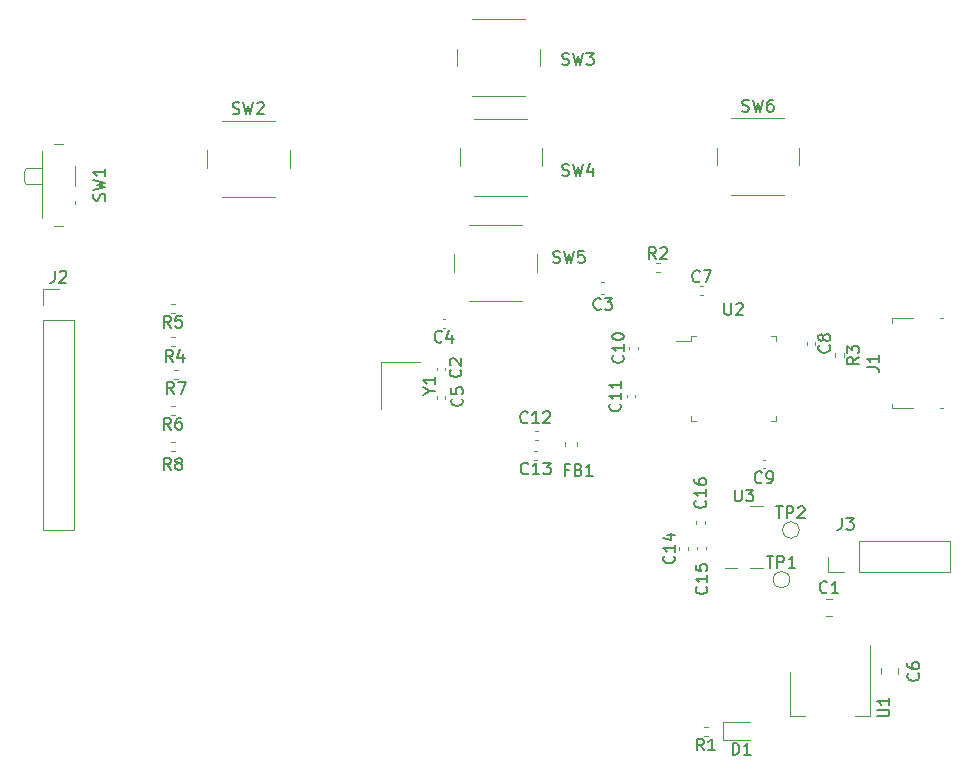
<source format=gbr>
%TF.GenerationSoftware,KiCad,Pcbnew,(6.0.6)*%
%TF.CreationDate,2022-07-21T13:44:36+08:00*%
%TF.ProjectId,graccel_mouse,67726163-6365-46c5-9f6d-6f7573652e6b,v0.1*%
%TF.SameCoordinates,Original*%
%TF.FileFunction,Legend,Top*%
%TF.FilePolarity,Positive*%
%FSLAX46Y46*%
G04 Gerber Fmt 4.6, Leading zero omitted, Abs format (unit mm)*
G04 Created by KiCad (PCBNEW (6.0.6)) date 2022-07-21 13:44:36*
%MOMM*%
%LPD*%
G01*
G04 APERTURE LIST*
%ADD10C,0.150000*%
%ADD11C,0.120000*%
G04 APERTURE END LIST*
D10*
%TO.C,J1*%
X152232380Y-95133333D02*
X152946666Y-95133333D01*
X153089523Y-95180952D01*
X153184761Y-95276190D01*
X153232380Y-95419047D01*
X153232380Y-95514285D01*
X153232380Y-94133333D02*
X153232380Y-94704761D01*
X153232380Y-94419047D02*
X152232380Y-94419047D01*
X152375238Y-94514285D01*
X152470476Y-94609523D01*
X152518095Y-94704761D01*
%TO.C,C7*%
X138063333Y-87854642D02*
X138015714Y-87902261D01*
X137872857Y-87949880D01*
X137777619Y-87949880D01*
X137634761Y-87902261D01*
X137539523Y-87807023D01*
X137491904Y-87711785D01*
X137444285Y-87521309D01*
X137444285Y-87378452D01*
X137491904Y-87187976D01*
X137539523Y-87092738D01*
X137634761Y-86997500D01*
X137777619Y-86949880D01*
X137872857Y-86949880D01*
X138015714Y-86997500D01*
X138063333Y-87045119D01*
X138396666Y-86949880D02*
X139063333Y-86949880D01*
X138634761Y-87949880D01*
%TO.C,J3*%
X150106666Y-107902380D02*
X150106666Y-108616666D01*
X150059047Y-108759523D01*
X149963809Y-108854761D01*
X149820952Y-108902380D01*
X149725714Y-108902380D01*
X150487619Y-107902380D02*
X151106666Y-107902380D01*
X150773333Y-108283333D01*
X150916190Y-108283333D01*
X151011428Y-108330952D01*
X151059047Y-108378571D01*
X151106666Y-108473809D01*
X151106666Y-108711904D01*
X151059047Y-108807142D01*
X151011428Y-108854761D01*
X150916190Y-108902380D01*
X150630476Y-108902380D01*
X150535238Y-108854761D01*
X150487619Y-108807142D01*
%TO.C,R5*%
X93305333Y-91792380D02*
X92972000Y-91316190D01*
X92733904Y-91792380D02*
X92733904Y-90792380D01*
X93114857Y-90792380D01*
X93210095Y-90840000D01*
X93257714Y-90887619D01*
X93305333Y-90982857D01*
X93305333Y-91125714D01*
X93257714Y-91220952D01*
X93210095Y-91268571D01*
X93114857Y-91316190D01*
X92733904Y-91316190D01*
X94210095Y-90792380D02*
X93733904Y-90792380D01*
X93686285Y-91268571D01*
X93733904Y-91220952D01*
X93829142Y-91173333D01*
X94067238Y-91173333D01*
X94162476Y-91220952D01*
X94210095Y-91268571D01*
X94257714Y-91363809D01*
X94257714Y-91601904D01*
X94210095Y-91697142D01*
X94162476Y-91744761D01*
X94067238Y-91792380D01*
X93829142Y-91792380D01*
X93733904Y-91744761D01*
X93686285Y-91697142D01*
%TO.C,R6*%
X93305333Y-100428380D02*
X92972000Y-99952190D01*
X92733904Y-100428380D02*
X92733904Y-99428380D01*
X93114857Y-99428380D01*
X93210095Y-99476000D01*
X93257714Y-99523619D01*
X93305333Y-99618857D01*
X93305333Y-99761714D01*
X93257714Y-99856952D01*
X93210095Y-99904571D01*
X93114857Y-99952190D01*
X92733904Y-99952190D01*
X94162476Y-99428380D02*
X93972000Y-99428380D01*
X93876761Y-99476000D01*
X93829142Y-99523619D01*
X93733904Y-99666476D01*
X93686285Y-99856952D01*
X93686285Y-100237904D01*
X93733904Y-100333142D01*
X93781523Y-100380761D01*
X93876761Y-100428380D01*
X94067238Y-100428380D01*
X94162476Y-100380761D01*
X94210095Y-100333142D01*
X94257714Y-100237904D01*
X94257714Y-99999809D01*
X94210095Y-99904571D01*
X94162476Y-99856952D01*
X94067238Y-99809333D01*
X93876761Y-99809333D01*
X93781523Y-99856952D01*
X93733904Y-99904571D01*
X93686285Y-99999809D01*
%TO.C,Y1*%
X115206190Y-97173690D02*
X115682380Y-97173690D01*
X114682380Y-97507023D02*
X115206190Y-97173690D01*
X114682380Y-96840357D01*
X115682380Y-95983214D02*
X115682380Y-96554642D01*
X115682380Y-96268928D02*
X114682380Y-96268928D01*
X114825238Y-96364166D01*
X114920476Y-96459404D01*
X114968095Y-96554642D01*
%TO.C,U1*%
X153122380Y-124713904D02*
X153931904Y-124713904D01*
X154027142Y-124666285D01*
X154074761Y-124618666D01*
X154122380Y-124523428D01*
X154122380Y-124332952D01*
X154074761Y-124237714D01*
X154027142Y-124190095D01*
X153931904Y-124142476D01*
X153122380Y-124142476D01*
X154122380Y-123142476D02*
X154122380Y-123713904D01*
X154122380Y-123428190D02*
X153122380Y-123428190D01*
X153265238Y-123523428D01*
X153360476Y-123618666D01*
X153408095Y-123713904D01*
%TO.C,C15*%
X138637142Y-113732857D02*
X138684761Y-113780476D01*
X138732380Y-113923333D01*
X138732380Y-114018571D01*
X138684761Y-114161428D01*
X138589523Y-114256666D01*
X138494285Y-114304285D01*
X138303809Y-114351904D01*
X138160952Y-114351904D01*
X137970476Y-114304285D01*
X137875238Y-114256666D01*
X137780000Y-114161428D01*
X137732380Y-114018571D01*
X137732380Y-113923333D01*
X137780000Y-113780476D01*
X137827619Y-113732857D01*
X138732380Y-112780476D02*
X138732380Y-113351904D01*
X138732380Y-113066190D02*
X137732380Y-113066190D01*
X137875238Y-113161428D01*
X137970476Y-113256666D01*
X138018095Y-113351904D01*
X137732380Y-111875714D02*
X137732380Y-112351904D01*
X138208571Y-112399523D01*
X138160952Y-112351904D01*
X138113333Y-112256666D01*
X138113333Y-112018571D01*
X138160952Y-111923333D01*
X138208571Y-111875714D01*
X138303809Y-111828095D01*
X138541904Y-111828095D01*
X138637142Y-111875714D01*
X138684761Y-111923333D01*
X138732380Y-112018571D01*
X138732380Y-112256666D01*
X138684761Y-112351904D01*
X138637142Y-112399523D01*
%TO.C,FB1*%
X126966666Y-103826071D02*
X126633333Y-103826071D01*
X126633333Y-104349880D02*
X126633333Y-103349880D01*
X127109523Y-103349880D01*
X127823809Y-103826071D02*
X127966666Y-103873690D01*
X128014285Y-103921309D01*
X128061904Y-104016547D01*
X128061904Y-104159404D01*
X128014285Y-104254642D01*
X127966666Y-104302261D01*
X127871428Y-104349880D01*
X127490476Y-104349880D01*
X127490476Y-103349880D01*
X127823809Y-103349880D01*
X127919047Y-103397500D01*
X127966666Y-103445119D01*
X128014285Y-103540357D01*
X128014285Y-103635595D01*
X127966666Y-103730833D01*
X127919047Y-103778452D01*
X127823809Y-103826071D01*
X127490476Y-103826071D01*
X129014285Y-104349880D02*
X128442857Y-104349880D01*
X128728571Y-104349880D02*
X128728571Y-103349880D01*
X128633333Y-103492738D01*
X128538095Y-103587976D01*
X128442857Y-103635595D01*
%TO.C,SW4*%
X126428666Y-78890761D02*
X126571523Y-78938380D01*
X126809619Y-78938380D01*
X126904857Y-78890761D01*
X126952476Y-78843142D01*
X127000095Y-78747904D01*
X127000095Y-78652666D01*
X126952476Y-78557428D01*
X126904857Y-78509809D01*
X126809619Y-78462190D01*
X126619142Y-78414571D01*
X126523904Y-78366952D01*
X126476285Y-78319333D01*
X126428666Y-78224095D01*
X126428666Y-78128857D01*
X126476285Y-78033619D01*
X126523904Y-77986000D01*
X126619142Y-77938380D01*
X126857238Y-77938380D01*
X127000095Y-77986000D01*
X127333428Y-77938380D02*
X127571523Y-78938380D01*
X127762000Y-78224095D01*
X127952476Y-78938380D01*
X128190571Y-77938380D01*
X129000095Y-78271714D02*
X129000095Y-78938380D01*
X128762000Y-77890761D02*
X128523904Y-78605047D01*
X129142952Y-78605047D01*
%TO.C,C16*%
X138537142Y-106432857D02*
X138584761Y-106480476D01*
X138632380Y-106623333D01*
X138632380Y-106718571D01*
X138584761Y-106861428D01*
X138489523Y-106956666D01*
X138394285Y-107004285D01*
X138203809Y-107051904D01*
X138060952Y-107051904D01*
X137870476Y-107004285D01*
X137775238Y-106956666D01*
X137680000Y-106861428D01*
X137632380Y-106718571D01*
X137632380Y-106623333D01*
X137680000Y-106480476D01*
X137727619Y-106432857D01*
X138632380Y-105480476D02*
X138632380Y-106051904D01*
X138632380Y-105766190D02*
X137632380Y-105766190D01*
X137775238Y-105861428D01*
X137870476Y-105956666D01*
X137918095Y-106051904D01*
X137632380Y-104623333D02*
X137632380Y-104813809D01*
X137680000Y-104909047D01*
X137727619Y-104956666D01*
X137870476Y-105051904D01*
X138060952Y-105099523D01*
X138441904Y-105099523D01*
X138537142Y-105051904D01*
X138584761Y-105004285D01*
X138632380Y-104909047D01*
X138632380Y-104718571D01*
X138584761Y-104623333D01*
X138537142Y-104575714D01*
X138441904Y-104528095D01*
X138203809Y-104528095D01*
X138108571Y-104575714D01*
X138060952Y-104623333D01*
X138013333Y-104718571D01*
X138013333Y-104909047D01*
X138060952Y-105004285D01*
X138108571Y-105051904D01*
X138203809Y-105099523D01*
%TO.C,C4*%
X116253333Y-92964642D02*
X116205714Y-93012261D01*
X116062857Y-93059880D01*
X115967619Y-93059880D01*
X115824761Y-93012261D01*
X115729523Y-92917023D01*
X115681904Y-92821785D01*
X115634285Y-92631309D01*
X115634285Y-92488452D01*
X115681904Y-92297976D01*
X115729523Y-92202738D01*
X115824761Y-92107500D01*
X115967619Y-92059880D01*
X116062857Y-92059880D01*
X116205714Y-92107500D01*
X116253333Y-92155119D01*
X117110476Y-92393214D02*
X117110476Y-93059880D01*
X116872380Y-92012261D02*
X116634285Y-92726547D01*
X117253333Y-92726547D01*
%TO.C,SW5*%
X125666666Y-86256761D02*
X125809523Y-86304380D01*
X126047619Y-86304380D01*
X126142857Y-86256761D01*
X126190476Y-86209142D01*
X126238095Y-86113904D01*
X126238095Y-86018666D01*
X126190476Y-85923428D01*
X126142857Y-85875809D01*
X126047619Y-85828190D01*
X125857142Y-85780571D01*
X125761904Y-85732952D01*
X125714285Y-85685333D01*
X125666666Y-85590095D01*
X125666666Y-85494857D01*
X125714285Y-85399619D01*
X125761904Y-85352000D01*
X125857142Y-85304380D01*
X126095238Y-85304380D01*
X126238095Y-85352000D01*
X126571428Y-85304380D02*
X126809523Y-86304380D01*
X127000000Y-85590095D01*
X127190476Y-86304380D01*
X127428571Y-85304380D01*
X128285714Y-85304380D02*
X127809523Y-85304380D01*
X127761904Y-85780571D01*
X127809523Y-85732952D01*
X127904761Y-85685333D01*
X128142857Y-85685333D01*
X128238095Y-85732952D01*
X128285714Y-85780571D01*
X128333333Y-85875809D01*
X128333333Y-86113904D01*
X128285714Y-86209142D01*
X128238095Y-86256761D01*
X128142857Y-86304380D01*
X127904761Y-86304380D01*
X127809523Y-86256761D01*
X127761904Y-86209142D01*
%TO.C,C13*%
X123547142Y-104134642D02*
X123499523Y-104182261D01*
X123356666Y-104229880D01*
X123261428Y-104229880D01*
X123118571Y-104182261D01*
X123023333Y-104087023D01*
X122975714Y-103991785D01*
X122928095Y-103801309D01*
X122928095Y-103658452D01*
X122975714Y-103467976D01*
X123023333Y-103372738D01*
X123118571Y-103277500D01*
X123261428Y-103229880D01*
X123356666Y-103229880D01*
X123499523Y-103277500D01*
X123547142Y-103325119D01*
X124499523Y-104229880D02*
X123928095Y-104229880D01*
X124213809Y-104229880D02*
X124213809Y-103229880D01*
X124118571Y-103372738D01*
X124023333Y-103467976D01*
X123928095Y-103515595D01*
X124832857Y-103229880D02*
X125451904Y-103229880D01*
X125118571Y-103610833D01*
X125261428Y-103610833D01*
X125356666Y-103658452D01*
X125404285Y-103706071D01*
X125451904Y-103801309D01*
X125451904Y-104039404D01*
X125404285Y-104134642D01*
X125356666Y-104182261D01*
X125261428Y-104229880D01*
X124975714Y-104229880D01*
X124880476Y-104182261D01*
X124832857Y-104134642D01*
%TO.C,D1*%
X140851904Y-127952380D02*
X140851904Y-126952380D01*
X141090000Y-126952380D01*
X141232857Y-127000000D01*
X141328095Y-127095238D01*
X141375714Y-127190476D01*
X141423333Y-127380952D01*
X141423333Y-127523809D01*
X141375714Y-127714285D01*
X141328095Y-127809523D01*
X141232857Y-127904761D01*
X141090000Y-127952380D01*
X140851904Y-127952380D01*
X142375714Y-127952380D02*
X141804285Y-127952380D01*
X142090000Y-127952380D02*
X142090000Y-126952380D01*
X141994761Y-127095238D01*
X141899523Y-127190476D01*
X141804285Y-127238095D01*
%TO.C,SW6*%
X141666666Y-73454761D02*
X141809523Y-73502380D01*
X142047619Y-73502380D01*
X142142857Y-73454761D01*
X142190476Y-73407142D01*
X142238095Y-73311904D01*
X142238095Y-73216666D01*
X142190476Y-73121428D01*
X142142857Y-73073809D01*
X142047619Y-73026190D01*
X141857142Y-72978571D01*
X141761904Y-72930952D01*
X141714285Y-72883333D01*
X141666666Y-72788095D01*
X141666666Y-72692857D01*
X141714285Y-72597619D01*
X141761904Y-72550000D01*
X141857142Y-72502380D01*
X142095238Y-72502380D01*
X142238095Y-72550000D01*
X142571428Y-72502380D02*
X142809523Y-73502380D01*
X143000000Y-72788095D01*
X143190476Y-73502380D01*
X143428571Y-72502380D01*
X144238095Y-72502380D02*
X144047619Y-72502380D01*
X143952380Y-72550000D01*
X143904761Y-72597619D01*
X143809523Y-72740476D01*
X143761904Y-72930952D01*
X143761904Y-73311904D01*
X143809523Y-73407142D01*
X143857142Y-73454761D01*
X143952380Y-73502380D01*
X144142857Y-73502380D01*
X144238095Y-73454761D01*
X144285714Y-73407142D01*
X144333333Y-73311904D01*
X144333333Y-73073809D01*
X144285714Y-72978571D01*
X144238095Y-72930952D01*
X144142857Y-72883333D01*
X143952380Y-72883333D01*
X143857142Y-72930952D01*
X143809523Y-72978571D01*
X143761904Y-73073809D01*
%TO.C,R4*%
X93458974Y-94686380D02*
X93125641Y-94210190D01*
X92887545Y-94686380D02*
X92887545Y-93686380D01*
X93268498Y-93686380D01*
X93363736Y-93734000D01*
X93411355Y-93781619D01*
X93458974Y-93876857D01*
X93458974Y-94019714D01*
X93411355Y-94114952D01*
X93363736Y-94162571D01*
X93268498Y-94210190D01*
X92887545Y-94210190D01*
X94316117Y-94019714D02*
X94316117Y-94686380D01*
X94078021Y-93638761D02*
X93839926Y-94353047D01*
X94458974Y-94353047D01*
%TO.C,SW2*%
X98516666Y-73674761D02*
X98659523Y-73722380D01*
X98897619Y-73722380D01*
X98992857Y-73674761D01*
X99040476Y-73627142D01*
X99088095Y-73531904D01*
X99088095Y-73436666D01*
X99040476Y-73341428D01*
X98992857Y-73293809D01*
X98897619Y-73246190D01*
X98707142Y-73198571D01*
X98611904Y-73150952D01*
X98564285Y-73103333D01*
X98516666Y-73008095D01*
X98516666Y-72912857D01*
X98564285Y-72817619D01*
X98611904Y-72770000D01*
X98707142Y-72722380D01*
X98945238Y-72722380D01*
X99088095Y-72770000D01*
X99421428Y-72722380D02*
X99659523Y-73722380D01*
X99850000Y-73008095D01*
X100040476Y-73722380D01*
X100278571Y-72722380D01*
X100611904Y-72817619D02*
X100659523Y-72770000D01*
X100754761Y-72722380D01*
X100992857Y-72722380D01*
X101088095Y-72770000D01*
X101135714Y-72817619D01*
X101183333Y-72912857D01*
X101183333Y-73008095D01*
X101135714Y-73150952D01*
X100564285Y-73722380D01*
X101183333Y-73722380D01*
%TO.C,C14*%
X135887142Y-111142857D02*
X135934761Y-111190476D01*
X135982380Y-111333333D01*
X135982380Y-111428571D01*
X135934761Y-111571428D01*
X135839523Y-111666666D01*
X135744285Y-111714285D01*
X135553809Y-111761904D01*
X135410952Y-111761904D01*
X135220476Y-111714285D01*
X135125238Y-111666666D01*
X135030000Y-111571428D01*
X134982380Y-111428571D01*
X134982380Y-111333333D01*
X135030000Y-111190476D01*
X135077619Y-111142857D01*
X135982380Y-110190476D02*
X135982380Y-110761904D01*
X135982380Y-110476190D02*
X134982380Y-110476190D01*
X135125238Y-110571428D01*
X135220476Y-110666666D01*
X135268095Y-110761904D01*
X135315714Y-109333333D02*
X135982380Y-109333333D01*
X134934761Y-109571428D02*
X135649047Y-109809523D01*
X135649047Y-109190476D01*
%TO.C,C10*%
X131567142Y-94150357D02*
X131614761Y-94197976D01*
X131662380Y-94340833D01*
X131662380Y-94436071D01*
X131614761Y-94578928D01*
X131519523Y-94674166D01*
X131424285Y-94721785D01*
X131233809Y-94769404D01*
X131090952Y-94769404D01*
X130900476Y-94721785D01*
X130805238Y-94674166D01*
X130710000Y-94578928D01*
X130662380Y-94436071D01*
X130662380Y-94340833D01*
X130710000Y-94197976D01*
X130757619Y-94150357D01*
X131662380Y-93197976D02*
X131662380Y-93769404D01*
X131662380Y-93483690D02*
X130662380Y-93483690D01*
X130805238Y-93578928D01*
X130900476Y-93674166D01*
X130948095Y-93769404D01*
X130662380Y-92578928D02*
X130662380Y-92483690D01*
X130710000Y-92388452D01*
X130757619Y-92340833D01*
X130852857Y-92293214D01*
X131043333Y-92245595D01*
X131281428Y-92245595D01*
X131471904Y-92293214D01*
X131567142Y-92340833D01*
X131614761Y-92388452D01*
X131662380Y-92483690D01*
X131662380Y-92578928D01*
X131614761Y-92674166D01*
X131567142Y-92721785D01*
X131471904Y-92769404D01*
X131281428Y-92817023D01*
X131043333Y-92817023D01*
X130852857Y-92769404D01*
X130757619Y-92721785D01*
X130710000Y-92674166D01*
X130662380Y-92578928D01*
%TO.C,J2*%
X83456666Y-86982380D02*
X83456666Y-87696666D01*
X83409047Y-87839523D01*
X83313809Y-87934761D01*
X83170952Y-87982380D01*
X83075714Y-87982380D01*
X83885238Y-87077619D02*
X83932857Y-87030000D01*
X84028095Y-86982380D01*
X84266190Y-86982380D01*
X84361428Y-87030000D01*
X84409047Y-87077619D01*
X84456666Y-87172857D01*
X84456666Y-87268095D01*
X84409047Y-87410952D01*
X83837619Y-87982380D01*
X84456666Y-87982380D01*
%TO.C,R1*%
X138423333Y-127592380D02*
X138090000Y-127116190D01*
X137851904Y-127592380D02*
X137851904Y-126592380D01*
X138232857Y-126592380D01*
X138328095Y-126640000D01*
X138375714Y-126687619D01*
X138423333Y-126782857D01*
X138423333Y-126925714D01*
X138375714Y-127020952D01*
X138328095Y-127068571D01*
X138232857Y-127116190D01*
X137851904Y-127116190D01*
X139375714Y-127592380D02*
X138804285Y-127592380D01*
X139090000Y-127592380D02*
X139090000Y-126592380D01*
X138994761Y-126735238D01*
X138899523Y-126830476D01*
X138804285Y-126878095D01*
%TO.C,TP1*%
X143738095Y-111134380D02*
X144309523Y-111134380D01*
X144023809Y-112134380D02*
X144023809Y-111134380D01*
X144642857Y-112134380D02*
X144642857Y-111134380D01*
X145023809Y-111134380D01*
X145119047Y-111182000D01*
X145166666Y-111229619D01*
X145214285Y-111324857D01*
X145214285Y-111467714D01*
X145166666Y-111562952D01*
X145119047Y-111610571D01*
X145023809Y-111658190D01*
X144642857Y-111658190D01*
X146166666Y-112134380D02*
X145595238Y-112134380D01*
X145880952Y-112134380D02*
X145880952Y-111134380D01*
X145785714Y-111277238D01*
X145690476Y-111372476D01*
X145595238Y-111420095D01*
%TO.C,R2*%
X134363333Y-85992380D02*
X134030000Y-85516190D01*
X133791904Y-85992380D02*
X133791904Y-84992380D01*
X134172857Y-84992380D01*
X134268095Y-85040000D01*
X134315714Y-85087619D01*
X134363333Y-85182857D01*
X134363333Y-85325714D01*
X134315714Y-85420952D01*
X134268095Y-85468571D01*
X134172857Y-85516190D01*
X133791904Y-85516190D01*
X134744285Y-85087619D02*
X134791904Y-85040000D01*
X134887142Y-84992380D01*
X135125238Y-84992380D01*
X135220476Y-85040000D01*
X135268095Y-85087619D01*
X135315714Y-85182857D01*
X135315714Y-85278095D01*
X135268095Y-85420952D01*
X134696666Y-85992380D01*
X135315714Y-85992380D01*
%TO.C,R3*%
X151552380Y-94296666D02*
X151076190Y-94630000D01*
X151552380Y-94868095D02*
X150552380Y-94868095D01*
X150552380Y-94487142D01*
X150600000Y-94391904D01*
X150647619Y-94344285D01*
X150742857Y-94296666D01*
X150885714Y-94296666D01*
X150980952Y-94344285D01*
X151028571Y-94391904D01*
X151076190Y-94487142D01*
X151076190Y-94868095D01*
X150552380Y-93963333D02*
X150552380Y-93344285D01*
X150933333Y-93677619D01*
X150933333Y-93534761D01*
X150980952Y-93439523D01*
X151028571Y-93391904D01*
X151123809Y-93344285D01*
X151361904Y-93344285D01*
X151457142Y-93391904D01*
X151504761Y-93439523D01*
X151552380Y-93534761D01*
X151552380Y-93820476D01*
X151504761Y-93915714D01*
X151457142Y-93963333D01*
%TO.C,C8*%
X149027142Y-93286666D02*
X149074761Y-93334285D01*
X149122380Y-93477142D01*
X149122380Y-93572380D01*
X149074761Y-93715238D01*
X148979523Y-93810476D01*
X148884285Y-93858095D01*
X148693809Y-93905714D01*
X148550952Y-93905714D01*
X148360476Y-93858095D01*
X148265238Y-93810476D01*
X148170000Y-93715238D01*
X148122380Y-93572380D01*
X148122380Y-93477142D01*
X148170000Y-93334285D01*
X148217619Y-93286666D01*
X148550952Y-92715238D02*
X148503333Y-92810476D01*
X148455714Y-92858095D01*
X148360476Y-92905714D01*
X148312857Y-92905714D01*
X148217619Y-92858095D01*
X148170000Y-92810476D01*
X148122380Y-92715238D01*
X148122380Y-92524761D01*
X148170000Y-92429523D01*
X148217619Y-92381904D01*
X148312857Y-92334285D01*
X148360476Y-92334285D01*
X148455714Y-92381904D01*
X148503333Y-92429523D01*
X148550952Y-92524761D01*
X148550952Y-92715238D01*
X148598571Y-92810476D01*
X148646190Y-92858095D01*
X148741428Y-92905714D01*
X148931904Y-92905714D01*
X149027142Y-92858095D01*
X149074761Y-92810476D01*
X149122380Y-92715238D01*
X149122380Y-92524761D01*
X149074761Y-92429523D01*
X149027142Y-92381904D01*
X148931904Y-92334285D01*
X148741428Y-92334285D01*
X148646190Y-92381904D01*
X148598571Y-92429523D01*
X148550952Y-92524761D01*
%TO.C,R8*%
X93305333Y-103830380D02*
X92972000Y-103354190D01*
X92733904Y-103830380D02*
X92733904Y-102830380D01*
X93114857Y-102830380D01*
X93210095Y-102878000D01*
X93257714Y-102925619D01*
X93305333Y-103020857D01*
X93305333Y-103163714D01*
X93257714Y-103258952D01*
X93210095Y-103306571D01*
X93114857Y-103354190D01*
X92733904Y-103354190D01*
X93876761Y-103258952D02*
X93781523Y-103211333D01*
X93733904Y-103163714D01*
X93686285Y-103068476D01*
X93686285Y-103020857D01*
X93733904Y-102925619D01*
X93781523Y-102878000D01*
X93876761Y-102830380D01*
X94067238Y-102830380D01*
X94162476Y-102878000D01*
X94210095Y-102925619D01*
X94257714Y-103020857D01*
X94257714Y-103068476D01*
X94210095Y-103163714D01*
X94162476Y-103211333D01*
X94067238Y-103258952D01*
X93876761Y-103258952D01*
X93781523Y-103306571D01*
X93733904Y-103354190D01*
X93686285Y-103449428D01*
X93686285Y-103639904D01*
X93733904Y-103735142D01*
X93781523Y-103782761D01*
X93876761Y-103830380D01*
X94067238Y-103830380D01*
X94162476Y-103782761D01*
X94210095Y-103735142D01*
X94257714Y-103639904D01*
X94257714Y-103449428D01*
X94210095Y-103354190D01*
X94162476Y-103306571D01*
X94067238Y-103258952D01*
%TO.C,C1*%
X148853333Y-114174642D02*
X148805714Y-114222261D01*
X148662857Y-114269880D01*
X148567619Y-114269880D01*
X148424761Y-114222261D01*
X148329523Y-114127023D01*
X148281904Y-114031785D01*
X148234285Y-113841309D01*
X148234285Y-113698452D01*
X148281904Y-113507976D01*
X148329523Y-113412738D01*
X148424761Y-113317500D01*
X148567619Y-113269880D01*
X148662857Y-113269880D01*
X148805714Y-113317500D01*
X148853333Y-113365119D01*
X149805714Y-114269880D02*
X149234285Y-114269880D01*
X149520000Y-114269880D02*
X149520000Y-113269880D01*
X149424761Y-113412738D01*
X149329523Y-113507976D01*
X149234285Y-113555595D01*
%TO.C,C5*%
X117937142Y-97814166D02*
X117984761Y-97861785D01*
X118032380Y-98004642D01*
X118032380Y-98099880D01*
X117984761Y-98242738D01*
X117889523Y-98337976D01*
X117794285Y-98385595D01*
X117603809Y-98433214D01*
X117460952Y-98433214D01*
X117270476Y-98385595D01*
X117175238Y-98337976D01*
X117080000Y-98242738D01*
X117032380Y-98099880D01*
X117032380Y-98004642D01*
X117080000Y-97861785D01*
X117127619Y-97814166D01*
X117032380Y-96909404D02*
X117032380Y-97385595D01*
X117508571Y-97433214D01*
X117460952Y-97385595D01*
X117413333Y-97290357D01*
X117413333Y-97052261D01*
X117460952Y-96957023D01*
X117508571Y-96909404D01*
X117603809Y-96861785D01*
X117841904Y-96861785D01*
X117937142Y-96909404D01*
X117984761Y-96957023D01*
X118032380Y-97052261D01*
X118032380Y-97290357D01*
X117984761Y-97385595D01*
X117937142Y-97433214D01*
%TO.C,C3*%
X129698333Y-90187142D02*
X129650714Y-90234761D01*
X129507857Y-90282380D01*
X129412619Y-90282380D01*
X129269761Y-90234761D01*
X129174523Y-90139523D01*
X129126904Y-90044285D01*
X129079285Y-89853809D01*
X129079285Y-89710952D01*
X129126904Y-89520476D01*
X129174523Y-89425238D01*
X129269761Y-89330000D01*
X129412619Y-89282380D01*
X129507857Y-89282380D01*
X129650714Y-89330000D01*
X129698333Y-89377619D01*
X130031666Y-89282380D02*
X130650714Y-89282380D01*
X130317380Y-89663333D01*
X130460238Y-89663333D01*
X130555476Y-89710952D01*
X130603095Y-89758571D01*
X130650714Y-89853809D01*
X130650714Y-90091904D01*
X130603095Y-90187142D01*
X130555476Y-90234761D01*
X130460238Y-90282380D01*
X130174523Y-90282380D01*
X130079285Y-90234761D01*
X130031666Y-90187142D01*
%TO.C,TP2*%
X144538095Y-106934380D02*
X145109523Y-106934380D01*
X144823809Y-107934380D02*
X144823809Y-106934380D01*
X145442857Y-107934380D02*
X145442857Y-106934380D01*
X145823809Y-106934380D01*
X145919047Y-106982000D01*
X145966666Y-107029619D01*
X146014285Y-107124857D01*
X146014285Y-107267714D01*
X145966666Y-107362952D01*
X145919047Y-107410571D01*
X145823809Y-107458190D01*
X145442857Y-107458190D01*
X146395238Y-107029619D02*
X146442857Y-106982000D01*
X146538095Y-106934380D01*
X146776190Y-106934380D01*
X146871428Y-106982000D01*
X146919047Y-107029619D01*
X146966666Y-107124857D01*
X146966666Y-107220095D01*
X146919047Y-107362952D01*
X146347619Y-107934380D01*
X146966666Y-107934380D01*
%TO.C,C11*%
X131317142Y-98252857D02*
X131364761Y-98300476D01*
X131412380Y-98443333D01*
X131412380Y-98538571D01*
X131364761Y-98681428D01*
X131269523Y-98776666D01*
X131174285Y-98824285D01*
X130983809Y-98871904D01*
X130840952Y-98871904D01*
X130650476Y-98824285D01*
X130555238Y-98776666D01*
X130460000Y-98681428D01*
X130412380Y-98538571D01*
X130412380Y-98443333D01*
X130460000Y-98300476D01*
X130507619Y-98252857D01*
X131412380Y-97300476D02*
X131412380Y-97871904D01*
X131412380Y-97586190D02*
X130412380Y-97586190D01*
X130555238Y-97681428D01*
X130650476Y-97776666D01*
X130698095Y-97871904D01*
X131412380Y-96348095D02*
X131412380Y-96919523D01*
X131412380Y-96633809D02*
X130412380Y-96633809D01*
X130555238Y-96729047D01*
X130650476Y-96824285D01*
X130698095Y-96919523D01*
%TO.C,C6*%
X156567142Y-121070666D02*
X156614761Y-121118285D01*
X156662380Y-121261142D01*
X156662380Y-121356380D01*
X156614761Y-121499238D01*
X156519523Y-121594476D01*
X156424285Y-121642095D01*
X156233809Y-121689714D01*
X156090952Y-121689714D01*
X155900476Y-121642095D01*
X155805238Y-121594476D01*
X155710000Y-121499238D01*
X155662380Y-121356380D01*
X155662380Y-121261142D01*
X155710000Y-121118285D01*
X155757619Y-121070666D01*
X155662380Y-120213523D02*
X155662380Y-120404000D01*
X155710000Y-120499238D01*
X155757619Y-120546857D01*
X155900476Y-120642095D01*
X156090952Y-120689714D01*
X156471904Y-120689714D01*
X156567142Y-120642095D01*
X156614761Y-120594476D01*
X156662380Y-120499238D01*
X156662380Y-120308761D01*
X156614761Y-120213523D01*
X156567142Y-120165904D01*
X156471904Y-120118285D01*
X156233809Y-120118285D01*
X156138571Y-120165904D01*
X156090952Y-120213523D01*
X156043333Y-120308761D01*
X156043333Y-120499238D01*
X156090952Y-120594476D01*
X156138571Y-120642095D01*
X156233809Y-120689714D01*
%TO.C,R7*%
X93559333Y-97380380D02*
X93226000Y-96904190D01*
X92987904Y-97380380D02*
X92987904Y-96380380D01*
X93368857Y-96380380D01*
X93464095Y-96428000D01*
X93511714Y-96475619D01*
X93559333Y-96570857D01*
X93559333Y-96713714D01*
X93511714Y-96808952D01*
X93464095Y-96856571D01*
X93368857Y-96904190D01*
X92987904Y-96904190D01*
X93892666Y-96380380D02*
X94559333Y-96380380D01*
X94130761Y-97380380D01*
%TO.C,U2*%
X140168095Y-89729880D02*
X140168095Y-90539404D01*
X140215714Y-90634642D01*
X140263333Y-90682261D01*
X140358571Y-90729880D01*
X140549047Y-90729880D01*
X140644285Y-90682261D01*
X140691904Y-90634642D01*
X140739523Y-90539404D01*
X140739523Y-89729880D01*
X141168095Y-89825119D02*
X141215714Y-89777500D01*
X141310952Y-89729880D01*
X141549047Y-89729880D01*
X141644285Y-89777500D01*
X141691904Y-89825119D01*
X141739523Y-89920357D01*
X141739523Y-90015595D01*
X141691904Y-90158452D01*
X141120476Y-90729880D01*
X141739523Y-90729880D01*
%TO.C,C12*%
X123507142Y-99794642D02*
X123459523Y-99842261D01*
X123316666Y-99889880D01*
X123221428Y-99889880D01*
X123078571Y-99842261D01*
X122983333Y-99747023D01*
X122935714Y-99651785D01*
X122888095Y-99461309D01*
X122888095Y-99318452D01*
X122935714Y-99127976D01*
X122983333Y-99032738D01*
X123078571Y-98937500D01*
X123221428Y-98889880D01*
X123316666Y-98889880D01*
X123459523Y-98937500D01*
X123507142Y-98985119D01*
X124459523Y-99889880D02*
X123888095Y-99889880D01*
X124173809Y-99889880D02*
X124173809Y-98889880D01*
X124078571Y-99032738D01*
X123983333Y-99127976D01*
X123888095Y-99175595D01*
X124840476Y-98985119D02*
X124888095Y-98937500D01*
X124983333Y-98889880D01*
X125221428Y-98889880D01*
X125316666Y-98937500D01*
X125364285Y-98985119D01*
X125411904Y-99080357D01*
X125411904Y-99175595D01*
X125364285Y-99318452D01*
X124792857Y-99889880D01*
X125411904Y-99889880D01*
%TO.C,C9*%
X143333333Y-104874642D02*
X143285714Y-104922261D01*
X143142857Y-104969880D01*
X143047619Y-104969880D01*
X142904761Y-104922261D01*
X142809523Y-104827023D01*
X142761904Y-104731785D01*
X142714285Y-104541309D01*
X142714285Y-104398452D01*
X142761904Y-104207976D01*
X142809523Y-104112738D01*
X142904761Y-104017500D01*
X143047619Y-103969880D01*
X143142857Y-103969880D01*
X143285714Y-104017500D01*
X143333333Y-104065119D01*
X143809523Y-104969880D02*
X144000000Y-104969880D01*
X144095238Y-104922261D01*
X144142857Y-104874642D01*
X144238095Y-104731785D01*
X144285714Y-104541309D01*
X144285714Y-104160357D01*
X144238095Y-104065119D01*
X144190476Y-104017500D01*
X144095238Y-103969880D01*
X143904761Y-103969880D01*
X143809523Y-104017500D01*
X143761904Y-104065119D01*
X143714285Y-104160357D01*
X143714285Y-104398452D01*
X143761904Y-104493690D01*
X143809523Y-104541309D01*
X143904761Y-104588928D01*
X144095238Y-104588928D01*
X144190476Y-104541309D01*
X144238095Y-104493690D01*
X144285714Y-104398452D01*
%TO.C,U3*%
X141048095Y-105512380D02*
X141048095Y-106321904D01*
X141095714Y-106417142D01*
X141143333Y-106464761D01*
X141238571Y-106512380D01*
X141429047Y-106512380D01*
X141524285Y-106464761D01*
X141571904Y-106417142D01*
X141619523Y-106321904D01*
X141619523Y-105512380D01*
X142000476Y-105512380D02*
X142619523Y-105512380D01*
X142286190Y-105893333D01*
X142429047Y-105893333D01*
X142524285Y-105940952D01*
X142571904Y-105988571D01*
X142619523Y-106083809D01*
X142619523Y-106321904D01*
X142571904Y-106417142D01*
X142524285Y-106464761D01*
X142429047Y-106512380D01*
X142143333Y-106512380D01*
X142048095Y-106464761D01*
X142000476Y-106417142D01*
%TO.C,SW1*%
X87689761Y-81033333D02*
X87737380Y-80890476D01*
X87737380Y-80652380D01*
X87689761Y-80557142D01*
X87642142Y-80509523D01*
X87546904Y-80461904D01*
X87451666Y-80461904D01*
X87356428Y-80509523D01*
X87308809Y-80557142D01*
X87261190Y-80652380D01*
X87213571Y-80842857D01*
X87165952Y-80938095D01*
X87118333Y-80985714D01*
X87023095Y-81033333D01*
X86927857Y-81033333D01*
X86832619Y-80985714D01*
X86785000Y-80938095D01*
X86737380Y-80842857D01*
X86737380Y-80604761D01*
X86785000Y-80461904D01*
X86737380Y-80128571D02*
X87737380Y-79890476D01*
X87023095Y-79700000D01*
X87737380Y-79509523D01*
X86737380Y-79271428D01*
X87737380Y-78366666D02*
X87737380Y-78938095D01*
X87737380Y-78652380D02*
X86737380Y-78652380D01*
X86880238Y-78747619D01*
X86975476Y-78842857D01*
X87023095Y-78938095D01*
%TO.C,C2*%
X117807142Y-95354166D02*
X117854761Y-95401785D01*
X117902380Y-95544642D01*
X117902380Y-95639880D01*
X117854761Y-95782738D01*
X117759523Y-95877976D01*
X117664285Y-95925595D01*
X117473809Y-95973214D01*
X117330952Y-95973214D01*
X117140476Y-95925595D01*
X117045238Y-95877976D01*
X116950000Y-95782738D01*
X116902380Y-95639880D01*
X116902380Y-95544642D01*
X116950000Y-95401785D01*
X116997619Y-95354166D01*
X116997619Y-94973214D02*
X116950000Y-94925595D01*
X116902380Y-94830357D01*
X116902380Y-94592261D01*
X116950000Y-94497023D01*
X116997619Y-94449404D01*
X117092857Y-94401785D01*
X117188095Y-94401785D01*
X117330952Y-94449404D01*
X117902380Y-95020833D01*
X117902380Y-94401785D01*
%TO.C,SW3*%
X126428666Y-69492761D02*
X126571523Y-69540380D01*
X126809619Y-69540380D01*
X126904857Y-69492761D01*
X126952476Y-69445142D01*
X127000095Y-69349904D01*
X127000095Y-69254666D01*
X126952476Y-69159428D01*
X126904857Y-69111809D01*
X126809619Y-69064190D01*
X126619142Y-69016571D01*
X126523904Y-68968952D01*
X126476285Y-68921333D01*
X126428666Y-68826095D01*
X126428666Y-68730857D01*
X126476285Y-68635619D01*
X126523904Y-68588000D01*
X126619142Y-68540380D01*
X126857238Y-68540380D01*
X127000095Y-68588000D01*
X127333428Y-68540380D02*
X127571523Y-69540380D01*
X127762000Y-68826095D01*
X127952476Y-69540380D01*
X128190571Y-68540380D01*
X128476285Y-68540380D02*
X129095333Y-68540380D01*
X128762000Y-68921333D01*
X128904857Y-68921333D01*
X129000095Y-68968952D01*
X129047714Y-69016571D01*
X129095333Y-69111809D01*
X129095333Y-69349904D01*
X129047714Y-69445142D01*
X129000095Y-69492761D01*
X128904857Y-69540380D01*
X128619142Y-69540380D01*
X128523904Y-69492761D01*
X128476285Y-69445142D01*
D11*
%TO.C,J1*%
X154370000Y-90990000D02*
X154370000Y-91370000D01*
X156140000Y-98610000D02*
X154370000Y-98610000D01*
X154370000Y-90990000D02*
X156140000Y-90990000D01*
X154370000Y-98610000D02*
X154370000Y-98230000D01*
X158420000Y-90990000D02*
X158680000Y-90990000D01*
X158680000Y-98610000D02*
X158420000Y-98610000D01*
%TO.C,C7*%
X138122164Y-88297500D02*
X138337836Y-88297500D01*
X138122164Y-89017500D02*
X138337836Y-89017500D01*
%TO.C,J3*%
X148970000Y-112520000D02*
X148970000Y-111190000D01*
X150300000Y-112520000D02*
X148970000Y-112520000D01*
X159250000Y-112520000D02*
X159250000Y-109860000D01*
X151570000Y-112520000D02*
X159250000Y-112520000D01*
X151570000Y-109860000D02*
X159250000Y-109860000D01*
X151570000Y-112520000D02*
X151570000Y-109860000D01*
%TO.C,R5*%
X93625641Y-90550000D02*
X93318359Y-90550000D01*
X93625641Y-89790000D02*
X93318359Y-89790000D01*
%TO.C,R6*%
X93625641Y-98426000D02*
X93318359Y-98426000D01*
X93625641Y-99186000D02*
X93318359Y-99186000D01*
%TO.C,Y1*%
X111130000Y-94697500D02*
X111130000Y-98697500D01*
X114430000Y-94697500D02*
X111130000Y-94697500D01*
%TO.C,U1*%
X145690000Y-124697500D02*
X146950000Y-124697500D01*
X145690000Y-120937500D02*
X145690000Y-124697500D01*
X152510000Y-124697500D02*
X151250000Y-124697500D01*
X152510000Y-118687500D02*
X152510000Y-124697500D01*
%TO.C,C15*%
X137860000Y-110555336D02*
X137860000Y-110339664D01*
X138580000Y-110555336D02*
X138580000Y-110339664D01*
%TO.C,FB1*%
X126690000Y-101484721D02*
X126690000Y-101810279D01*
X127710000Y-101484721D02*
X127710000Y-101810279D01*
%TO.C,SW4*%
X123490000Y-74110000D02*
X118990000Y-74110000D01*
X117740000Y-76610000D02*
X117740000Y-78110000D01*
X124740000Y-78110000D02*
X124740000Y-76610000D01*
X118990000Y-80610000D02*
X123490000Y-80610000D01*
%TO.C,C16*%
X138520000Y-108179664D02*
X138520000Y-108395336D01*
X137800000Y-108179664D02*
X137800000Y-108395336D01*
%TO.C,C4*%
X116527836Y-91087500D02*
X116312164Y-91087500D01*
X116527836Y-91807500D02*
X116312164Y-91807500D01*
%TO.C,SW5*%
X117290000Y-85580000D02*
X117290000Y-87080000D01*
X123040000Y-83080000D02*
X118540000Y-83080000D01*
X124290000Y-87080000D02*
X124290000Y-85580000D01*
X118540000Y-89580000D02*
X123040000Y-89580000D01*
%TO.C,C13*%
X124297836Y-102257500D02*
X124082164Y-102257500D01*
X124297836Y-102977500D02*
X124082164Y-102977500D01*
%TO.C,D1*%
X140055000Y-125212500D02*
X140055000Y-126682500D01*
X142340000Y-125212500D02*
X140055000Y-125212500D01*
X140055000Y-126682500D02*
X142340000Y-126682500D01*
%TO.C,SW6*%
X140750000Y-80550000D02*
X145250000Y-80550000D01*
X146500000Y-78050000D02*
X146500000Y-76550000D01*
X145250000Y-74050000D02*
X140750000Y-74050000D01*
X139500000Y-76550000D02*
X139500000Y-78050000D01*
%TO.C,R4*%
X93318359Y-92584000D02*
X93625641Y-92584000D01*
X93318359Y-93344000D02*
X93625641Y-93344000D01*
%TO.C,SW2*%
X96350000Y-76770000D02*
X96350000Y-78270000D01*
X103350000Y-78270000D02*
X103350000Y-76770000D01*
X97600000Y-80770000D02*
X102100000Y-80770000D01*
X102100000Y-74270000D02*
X97600000Y-74270000D01*
%TO.C,C14*%
X136330000Y-110607836D02*
X136330000Y-110392164D01*
X137050000Y-110607836D02*
X137050000Y-110392164D01*
%TO.C,C10*%
X132840000Y-93409664D02*
X132840000Y-93625336D01*
X132120000Y-93409664D02*
X132120000Y-93625336D01*
%TO.C,J2*%
X82460000Y-89860000D02*
X82460000Y-88530000D01*
X82460000Y-88530000D02*
X83790000Y-88530000D01*
X82460000Y-91130000D02*
X85120000Y-91130000D01*
X82460000Y-108970000D02*
X85120000Y-108970000D01*
X85120000Y-91130000D02*
X85120000Y-108970000D01*
X82460000Y-91130000D02*
X82460000Y-108970000D01*
%TO.C,R1*%
X138743641Y-125590000D02*
X138436359Y-125590000D01*
X138743641Y-126350000D02*
X138436359Y-126350000D01*
%TO.C,TP1*%
X145700000Y-113130000D02*
G75*
G03*
X145700000Y-113130000I-700000J0D01*
G01*
%TO.C,R2*%
X134376359Y-87090000D02*
X134683641Y-87090000D01*
X134376359Y-86330000D02*
X134683641Y-86330000D01*
%TO.C,R3*%
X149550000Y-93976359D02*
X149550000Y-94283641D01*
X150310000Y-93976359D02*
X150310000Y-94283641D01*
%TO.C,C8*%
X147870000Y-93012164D02*
X147870000Y-93227836D01*
X147150000Y-93012164D02*
X147150000Y-93227836D01*
%TO.C,R8*%
X93625641Y-101474000D02*
X93318359Y-101474000D01*
X93625641Y-102234000D02*
X93318359Y-102234000D01*
%TO.C,C1*%
X148758748Y-116232500D02*
X149281252Y-116232500D01*
X148758748Y-114762500D02*
X149281252Y-114762500D01*
%TO.C,C5*%
X116510000Y-97825336D02*
X116510000Y-97609664D01*
X115790000Y-97825336D02*
X115790000Y-97609664D01*
%TO.C,C3*%
X130005580Y-87890000D02*
X129724420Y-87890000D01*
X130005580Y-88910000D02*
X129724420Y-88910000D01*
%TO.C,TP2*%
X146500000Y-108930000D02*
G75*
G03*
X146500000Y-108930000I-700000J0D01*
G01*
%TO.C,C11*%
X132630000Y-97687836D02*
X132630000Y-97472164D01*
X131910000Y-97687836D02*
X131910000Y-97472164D01*
%TO.C,C6*%
X153415000Y-121108752D02*
X153415000Y-120586248D01*
X154885000Y-121108752D02*
X154885000Y-120586248D01*
%TO.C,R7*%
X93879641Y-96138000D02*
X93572359Y-96138000D01*
X93879641Y-95378000D02*
X93572359Y-95378000D01*
%TO.C,U2*%
X137320000Y-99737500D02*
X137320000Y-99287500D01*
X137770000Y-99737500D02*
X137320000Y-99737500D01*
X144090000Y-99737500D02*
X144540000Y-99737500D01*
X144540000Y-99737500D02*
X144540000Y-99287500D01*
X137320000Y-92517500D02*
X137320000Y-92967500D01*
X144540000Y-92517500D02*
X144540000Y-92967500D01*
X144090000Y-92517500D02*
X144540000Y-92517500D01*
X137320000Y-92967500D02*
X136030000Y-92967500D01*
X137770000Y-92517500D02*
X137320000Y-92517500D01*
%TO.C,C12*%
X124347836Y-101277500D02*
X124132164Y-101277500D01*
X124347836Y-100557500D02*
X124132164Y-100557500D01*
%TO.C,C9*%
X143607836Y-103717500D02*
X143392164Y-103717500D01*
X143607836Y-102997500D02*
X143392164Y-102997500D01*
%TO.C,U3*%
X141250000Y-112120000D02*
X140200000Y-112120000D01*
X142370000Y-112120000D02*
X143420000Y-112120000D01*
X142370000Y-106900000D02*
X143420000Y-106900000D01*
%TO.C,SW1*%
X82355000Y-78300000D02*
X81065000Y-78300000D01*
X81065000Y-79600000D02*
X80855000Y-79400000D01*
X85205000Y-78100000D02*
X85205000Y-79800000D01*
X84155000Y-76250000D02*
X83365000Y-76250000D01*
X81065000Y-78300000D02*
X80855000Y-78500000D01*
X80855000Y-78500000D02*
X80855000Y-79400000D01*
X81065000Y-79600000D02*
X82355000Y-79600000D01*
X83365000Y-83150000D02*
X84155000Y-83150000D01*
X85205000Y-81100000D02*
X85205000Y-81300000D01*
X82355000Y-76850000D02*
X82355000Y-82550000D01*
%TO.C,C2*%
X115790000Y-95405336D02*
X115790000Y-95189664D01*
X116510000Y-95405336D02*
X116510000Y-95189664D01*
%TO.C,SW3*%
X124520000Y-69680000D02*
X124520000Y-68180000D01*
X117520000Y-68180000D02*
X117520000Y-69680000D01*
X123270000Y-65680000D02*
X118770000Y-65680000D01*
X118770000Y-72180000D02*
X123270000Y-72180000D01*
%TD*%
M02*

</source>
